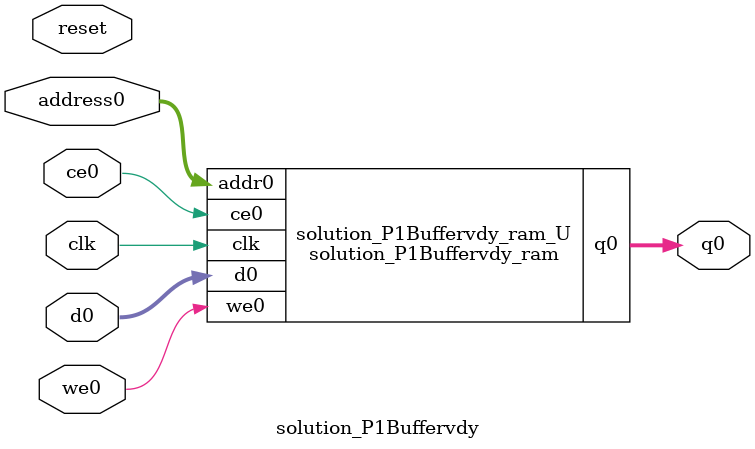
<source format=v>

`timescale 1 ns / 1 ps
module solution_P1Buffervdy_ram (addr0, ce0, d0, we0, q0,  clk);

parameter DWIDTH = 16;
parameter AWIDTH = 13;
parameter MEM_SIZE = 8000;

input[AWIDTH-1:0] addr0;
input ce0;
input[DWIDTH-1:0] d0;
input we0;
output reg[DWIDTH-1:0] q0;
input clk;

(* ram_style = "block" *)reg [DWIDTH-1:0] ram[0:MEM_SIZE-1];




always @(posedge clk)  
begin 
    if (ce0) 
    begin
        if (we0) 
        begin 
            ram[addr0] <= d0; 
            q0 <= d0;
        end 
        else 
            q0 <= ram[addr0];
    end
end


endmodule


`timescale 1 ns / 1 ps
module solution_P1Buffervdy(
    reset,
    clk,
    address0,
    ce0,
    we0,
    d0,
    q0);

parameter DataWidth = 32'd16;
parameter AddressRange = 32'd8000;
parameter AddressWidth = 32'd13;
input reset;
input clk;
input[AddressWidth - 1:0] address0;
input ce0;
input we0;
input[DataWidth - 1:0] d0;
output[DataWidth - 1:0] q0;



solution_P1Buffervdy_ram solution_P1Buffervdy_ram_U(
    .clk( clk ),
    .addr0( address0 ),
    .ce0( ce0 ),
    .we0( we0 ),
    .d0( d0 ),
    .q0( q0 ));

endmodule


</source>
